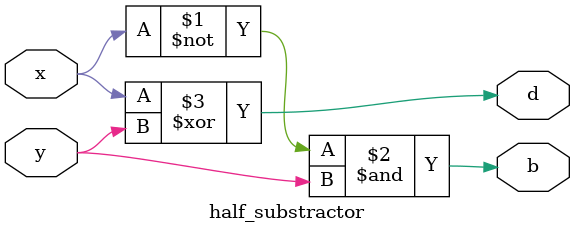
<source format=v>
module half_substractor(x,y,b,d);
    input x;
    input y;
    output b;
    output d;

    assign b = ~x & y;
    assign d = x ^ y;
endmodule

</source>
